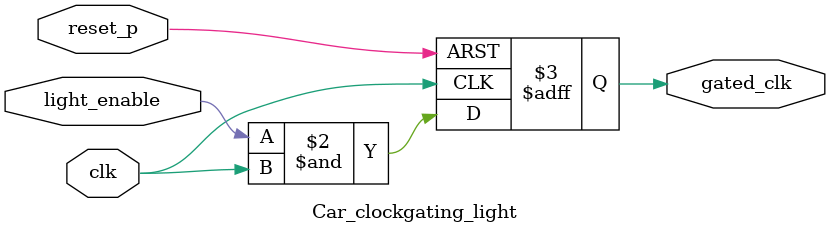
<source format=v>
`timescale 1ns / 1ps


module Car_clockgating_light(
    input clk, reset_p,
    input light_enable,
    output reg gated_clk
);
    always @(posedge clk or posedge reset_p) begin
        if(reset_p) begin
            gated_clk <= 0;
        end
        else begin
            gated_clk <= light_enable & clk;
        end
    end

endmodule
</source>
